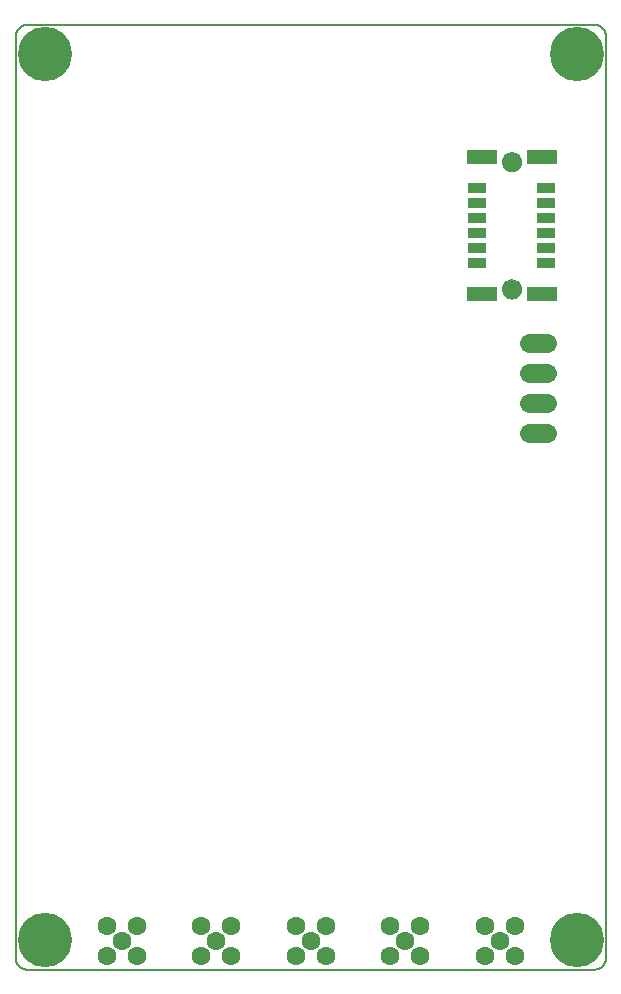
<source format=gbs>
G75*
%MOIN*%
%OFA0B0*%
%FSLAX25Y25*%
%IPPOS*%
%LPD*%
%AMOC8*
5,1,8,0,0,1.08239X$1,22.5*
%
%ADD10C,0.00500*%
%ADD11C,0.18117*%
%ADD12C,0.06306*%
%ADD13R,0.06306X0.03550*%
%ADD14R,0.10243X0.05124*%
%ADD15C,0.00000*%
%ADD16C,0.06699*%
%ADD17C,0.06400*%
D10*
X0010859Y0008937D02*
X0010859Y0316024D01*
X0010861Y0316148D01*
X0010867Y0316271D01*
X0010876Y0316395D01*
X0010890Y0316517D01*
X0010907Y0316640D01*
X0010929Y0316762D01*
X0010954Y0316883D01*
X0010983Y0317003D01*
X0011015Y0317122D01*
X0011052Y0317241D01*
X0011092Y0317358D01*
X0011135Y0317473D01*
X0011183Y0317588D01*
X0011234Y0317700D01*
X0011288Y0317811D01*
X0011346Y0317921D01*
X0011407Y0318028D01*
X0011472Y0318134D01*
X0011540Y0318237D01*
X0011611Y0318338D01*
X0011685Y0318437D01*
X0011762Y0318534D01*
X0011843Y0318628D01*
X0011926Y0318719D01*
X0012012Y0318808D01*
X0012101Y0318894D01*
X0012192Y0318977D01*
X0012286Y0319058D01*
X0012383Y0319135D01*
X0012482Y0319209D01*
X0012583Y0319280D01*
X0012686Y0319348D01*
X0012792Y0319413D01*
X0012899Y0319474D01*
X0013009Y0319532D01*
X0013120Y0319586D01*
X0013232Y0319637D01*
X0013347Y0319685D01*
X0013462Y0319728D01*
X0013579Y0319768D01*
X0013698Y0319805D01*
X0013817Y0319837D01*
X0013937Y0319866D01*
X0014058Y0319891D01*
X0014180Y0319913D01*
X0014303Y0319930D01*
X0014425Y0319944D01*
X0014549Y0319953D01*
X0014672Y0319959D01*
X0014796Y0319961D01*
X0203772Y0319961D01*
X0203896Y0319959D01*
X0204019Y0319953D01*
X0204143Y0319944D01*
X0204265Y0319930D01*
X0204388Y0319913D01*
X0204510Y0319891D01*
X0204631Y0319866D01*
X0204751Y0319837D01*
X0204870Y0319805D01*
X0204989Y0319768D01*
X0205106Y0319728D01*
X0205221Y0319685D01*
X0205336Y0319637D01*
X0205448Y0319586D01*
X0205559Y0319532D01*
X0205669Y0319474D01*
X0205776Y0319413D01*
X0205882Y0319348D01*
X0205985Y0319280D01*
X0206086Y0319209D01*
X0206185Y0319135D01*
X0206282Y0319058D01*
X0206376Y0318977D01*
X0206467Y0318894D01*
X0206556Y0318808D01*
X0206642Y0318719D01*
X0206725Y0318628D01*
X0206806Y0318534D01*
X0206883Y0318437D01*
X0206957Y0318338D01*
X0207028Y0318237D01*
X0207096Y0318134D01*
X0207161Y0318028D01*
X0207222Y0317921D01*
X0207280Y0317811D01*
X0207334Y0317700D01*
X0207385Y0317588D01*
X0207433Y0317473D01*
X0207476Y0317358D01*
X0207516Y0317241D01*
X0207553Y0317122D01*
X0207585Y0317003D01*
X0207614Y0316883D01*
X0207639Y0316762D01*
X0207661Y0316640D01*
X0207678Y0316517D01*
X0207692Y0316395D01*
X0207701Y0316271D01*
X0207707Y0316148D01*
X0207709Y0316024D01*
X0207709Y0008937D01*
X0207707Y0008813D01*
X0207701Y0008690D01*
X0207692Y0008566D01*
X0207678Y0008444D01*
X0207661Y0008321D01*
X0207639Y0008199D01*
X0207614Y0008078D01*
X0207585Y0007958D01*
X0207553Y0007839D01*
X0207516Y0007720D01*
X0207476Y0007603D01*
X0207433Y0007488D01*
X0207385Y0007373D01*
X0207334Y0007261D01*
X0207280Y0007150D01*
X0207222Y0007040D01*
X0207161Y0006933D01*
X0207096Y0006827D01*
X0207028Y0006724D01*
X0206957Y0006623D01*
X0206883Y0006524D01*
X0206806Y0006427D01*
X0206725Y0006333D01*
X0206642Y0006242D01*
X0206556Y0006153D01*
X0206467Y0006067D01*
X0206376Y0005984D01*
X0206282Y0005903D01*
X0206185Y0005826D01*
X0206086Y0005752D01*
X0205985Y0005681D01*
X0205882Y0005613D01*
X0205776Y0005548D01*
X0205669Y0005487D01*
X0205559Y0005429D01*
X0205448Y0005375D01*
X0205336Y0005324D01*
X0205221Y0005276D01*
X0205106Y0005233D01*
X0204989Y0005193D01*
X0204870Y0005156D01*
X0204751Y0005124D01*
X0204631Y0005095D01*
X0204510Y0005070D01*
X0204388Y0005048D01*
X0204265Y0005031D01*
X0204143Y0005017D01*
X0204019Y0005008D01*
X0203896Y0005002D01*
X0203772Y0005000D01*
X0014796Y0005000D01*
X0014672Y0005002D01*
X0014549Y0005008D01*
X0014425Y0005017D01*
X0014303Y0005031D01*
X0014180Y0005048D01*
X0014058Y0005070D01*
X0013937Y0005095D01*
X0013817Y0005124D01*
X0013698Y0005156D01*
X0013579Y0005193D01*
X0013462Y0005233D01*
X0013347Y0005276D01*
X0013232Y0005324D01*
X0013120Y0005375D01*
X0013009Y0005429D01*
X0012899Y0005487D01*
X0012792Y0005548D01*
X0012686Y0005613D01*
X0012583Y0005681D01*
X0012482Y0005752D01*
X0012383Y0005826D01*
X0012286Y0005903D01*
X0012192Y0005984D01*
X0012101Y0006067D01*
X0012012Y0006153D01*
X0011926Y0006242D01*
X0011843Y0006333D01*
X0011762Y0006427D01*
X0011685Y0006524D01*
X0011611Y0006623D01*
X0011540Y0006724D01*
X0011472Y0006827D01*
X0011407Y0006933D01*
X0011346Y0007040D01*
X0011288Y0007150D01*
X0011234Y0007261D01*
X0011183Y0007373D01*
X0011135Y0007488D01*
X0011092Y0007603D01*
X0011052Y0007720D01*
X0011015Y0007839D01*
X0010983Y0007958D01*
X0010954Y0008078D01*
X0010929Y0008199D01*
X0010907Y0008321D01*
X0010890Y0008444D01*
X0010876Y0008566D01*
X0010867Y0008690D01*
X0010861Y0008813D01*
X0010859Y0008937D01*
D11*
X0020701Y0014843D03*
X0197867Y0014843D03*
X0197867Y0310118D03*
X0020701Y0310118D03*
D12*
X0041292Y0019449D03*
X0046292Y0014449D03*
X0041292Y0009449D03*
X0051292Y0009449D03*
X0051292Y0019449D03*
X0072788Y0019449D03*
X0077788Y0014449D03*
X0082788Y0019449D03*
X0082788Y0009449D03*
X0072788Y0009449D03*
X0104284Y0009449D03*
X0109284Y0014449D03*
X0114284Y0019449D03*
X0114284Y0009449D03*
X0104284Y0019449D03*
X0135780Y0019449D03*
X0140780Y0014449D03*
X0145780Y0019449D03*
X0145780Y0009449D03*
X0135780Y0009449D03*
X0167276Y0009449D03*
X0172276Y0014449D03*
X0167276Y0019449D03*
X0177276Y0019449D03*
X0177276Y0009449D03*
D13*
X0187827Y0240492D03*
X0187827Y0245492D03*
X0187827Y0250492D03*
X0187827Y0255492D03*
X0187827Y0260492D03*
X0187827Y0265492D03*
X0164599Y0265492D03*
X0164599Y0260492D03*
X0164599Y0255492D03*
X0164599Y0250492D03*
X0164599Y0245492D03*
X0164599Y0240492D03*
D14*
X0166174Y0230197D03*
X0186252Y0230197D03*
X0186252Y0275866D03*
X0166174Y0275866D03*
D15*
X0173063Y0274232D02*
X0173065Y0274344D01*
X0173071Y0274455D01*
X0173081Y0274567D01*
X0173095Y0274678D01*
X0173112Y0274788D01*
X0173134Y0274898D01*
X0173160Y0275007D01*
X0173189Y0275115D01*
X0173222Y0275221D01*
X0173259Y0275327D01*
X0173300Y0275431D01*
X0173345Y0275534D01*
X0173393Y0275635D01*
X0173444Y0275734D01*
X0173499Y0275831D01*
X0173558Y0275926D01*
X0173619Y0276020D01*
X0173684Y0276111D01*
X0173753Y0276199D01*
X0173824Y0276285D01*
X0173898Y0276369D01*
X0173976Y0276449D01*
X0174056Y0276527D01*
X0174139Y0276603D01*
X0174224Y0276675D01*
X0174312Y0276744D01*
X0174402Y0276810D01*
X0174495Y0276872D01*
X0174590Y0276932D01*
X0174687Y0276988D01*
X0174785Y0277040D01*
X0174886Y0277089D01*
X0174988Y0277134D01*
X0175092Y0277176D01*
X0175197Y0277214D01*
X0175304Y0277248D01*
X0175411Y0277278D01*
X0175520Y0277305D01*
X0175629Y0277327D01*
X0175740Y0277346D01*
X0175850Y0277361D01*
X0175962Y0277372D01*
X0176073Y0277379D01*
X0176185Y0277382D01*
X0176297Y0277381D01*
X0176409Y0277376D01*
X0176520Y0277367D01*
X0176631Y0277354D01*
X0176742Y0277337D01*
X0176852Y0277317D01*
X0176961Y0277292D01*
X0177069Y0277264D01*
X0177176Y0277231D01*
X0177282Y0277195D01*
X0177386Y0277155D01*
X0177489Y0277112D01*
X0177591Y0277065D01*
X0177690Y0277014D01*
X0177788Y0276960D01*
X0177884Y0276902D01*
X0177978Y0276841D01*
X0178069Y0276777D01*
X0178158Y0276710D01*
X0178245Y0276639D01*
X0178329Y0276565D01*
X0178411Y0276489D01*
X0178489Y0276409D01*
X0178565Y0276327D01*
X0178638Y0276242D01*
X0178708Y0276155D01*
X0178774Y0276065D01*
X0178838Y0275973D01*
X0178898Y0275879D01*
X0178955Y0275783D01*
X0179008Y0275684D01*
X0179058Y0275584D01*
X0179104Y0275483D01*
X0179147Y0275379D01*
X0179186Y0275274D01*
X0179221Y0275168D01*
X0179252Y0275061D01*
X0179280Y0274952D01*
X0179303Y0274843D01*
X0179323Y0274733D01*
X0179339Y0274622D01*
X0179351Y0274511D01*
X0179359Y0274400D01*
X0179363Y0274288D01*
X0179363Y0274176D01*
X0179359Y0274064D01*
X0179351Y0273953D01*
X0179339Y0273842D01*
X0179323Y0273731D01*
X0179303Y0273621D01*
X0179280Y0273512D01*
X0179252Y0273403D01*
X0179221Y0273296D01*
X0179186Y0273190D01*
X0179147Y0273085D01*
X0179104Y0272981D01*
X0179058Y0272880D01*
X0179008Y0272780D01*
X0178955Y0272681D01*
X0178898Y0272585D01*
X0178838Y0272491D01*
X0178774Y0272399D01*
X0178708Y0272309D01*
X0178638Y0272222D01*
X0178565Y0272137D01*
X0178489Y0272055D01*
X0178411Y0271975D01*
X0178329Y0271899D01*
X0178245Y0271825D01*
X0178158Y0271754D01*
X0178069Y0271687D01*
X0177978Y0271623D01*
X0177884Y0271562D01*
X0177788Y0271504D01*
X0177690Y0271450D01*
X0177591Y0271399D01*
X0177489Y0271352D01*
X0177386Y0271309D01*
X0177282Y0271269D01*
X0177176Y0271233D01*
X0177069Y0271200D01*
X0176961Y0271172D01*
X0176852Y0271147D01*
X0176742Y0271127D01*
X0176631Y0271110D01*
X0176520Y0271097D01*
X0176409Y0271088D01*
X0176297Y0271083D01*
X0176185Y0271082D01*
X0176073Y0271085D01*
X0175962Y0271092D01*
X0175850Y0271103D01*
X0175740Y0271118D01*
X0175629Y0271137D01*
X0175520Y0271159D01*
X0175411Y0271186D01*
X0175304Y0271216D01*
X0175197Y0271250D01*
X0175092Y0271288D01*
X0174988Y0271330D01*
X0174886Y0271375D01*
X0174785Y0271424D01*
X0174687Y0271476D01*
X0174590Y0271532D01*
X0174495Y0271592D01*
X0174402Y0271654D01*
X0174312Y0271720D01*
X0174224Y0271789D01*
X0174139Y0271861D01*
X0174056Y0271937D01*
X0173976Y0272015D01*
X0173898Y0272095D01*
X0173824Y0272179D01*
X0173753Y0272265D01*
X0173684Y0272353D01*
X0173619Y0272444D01*
X0173558Y0272538D01*
X0173499Y0272633D01*
X0173444Y0272730D01*
X0173393Y0272829D01*
X0173345Y0272930D01*
X0173300Y0273033D01*
X0173259Y0273137D01*
X0173222Y0273243D01*
X0173189Y0273349D01*
X0173160Y0273457D01*
X0173134Y0273566D01*
X0173112Y0273676D01*
X0173095Y0273786D01*
X0173081Y0273897D01*
X0173071Y0274009D01*
X0173065Y0274120D01*
X0173063Y0274232D01*
X0173065Y0274344D01*
X0173071Y0274455D01*
X0173081Y0274567D01*
X0173095Y0274678D01*
X0173112Y0274788D01*
X0173134Y0274898D01*
X0173160Y0275007D01*
X0173189Y0275115D01*
X0173222Y0275221D01*
X0173259Y0275327D01*
X0173300Y0275431D01*
X0173345Y0275534D01*
X0173393Y0275635D01*
X0173444Y0275734D01*
X0173499Y0275831D01*
X0173558Y0275926D01*
X0173619Y0276020D01*
X0173684Y0276111D01*
X0173753Y0276199D01*
X0173824Y0276285D01*
X0173898Y0276369D01*
X0173976Y0276449D01*
X0174056Y0276527D01*
X0174139Y0276603D01*
X0174224Y0276675D01*
X0174312Y0276744D01*
X0174402Y0276810D01*
X0174495Y0276872D01*
X0174590Y0276932D01*
X0174687Y0276988D01*
X0174785Y0277040D01*
X0174886Y0277089D01*
X0174988Y0277134D01*
X0175092Y0277176D01*
X0175197Y0277214D01*
X0175304Y0277248D01*
X0175411Y0277278D01*
X0175520Y0277305D01*
X0175629Y0277327D01*
X0175740Y0277346D01*
X0175850Y0277361D01*
X0175962Y0277372D01*
X0176073Y0277379D01*
X0176185Y0277382D01*
X0176297Y0277381D01*
X0176409Y0277376D01*
X0176520Y0277367D01*
X0176631Y0277354D01*
X0176742Y0277337D01*
X0176852Y0277317D01*
X0176961Y0277292D01*
X0177069Y0277264D01*
X0177176Y0277231D01*
X0177282Y0277195D01*
X0177386Y0277155D01*
X0177489Y0277112D01*
X0177591Y0277065D01*
X0177690Y0277014D01*
X0177788Y0276960D01*
X0177884Y0276902D01*
X0177978Y0276841D01*
X0178069Y0276777D01*
X0178158Y0276710D01*
X0178245Y0276639D01*
X0178329Y0276565D01*
X0178411Y0276489D01*
X0178489Y0276409D01*
X0178565Y0276327D01*
X0178638Y0276242D01*
X0178708Y0276155D01*
X0178774Y0276065D01*
X0178838Y0275973D01*
X0178898Y0275879D01*
X0178955Y0275783D01*
X0179008Y0275684D01*
X0179058Y0275584D01*
X0179104Y0275483D01*
X0179147Y0275379D01*
X0179186Y0275274D01*
X0179221Y0275168D01*
X0179252Y0275061D01*
X0179280Y0274952D01*
X0179303Y0274843D01*
X0179323Y0274733D01*
X0179339Y0274622D01*
X0179351Y0274511D01*
X0179359Y0274400D01*
X0179363Y0274288D01*
X0179363Y0274176D01*
X0179359Y0274064D01*
X0179351Y0273953D01*
X0179339Y0273842D01*
X0179323Y0273731D01*
X0179303Y0273621D01*
X0179280Y0273512D01*
X0179252Y0273403D01*
X0179221Y0273296D01*
X0179186Y0273190D01*
X0179147Y0273085D01*
X0179104Y0272981D01*
X0179058Y0272880D01*
X0179008Y0272780D01*
X0178955Y0272681D01*
X0178898Y0272585D01*
X0178838Y0272491D01*
X0178774Y0272399D01*
X0178708Y0272309D01*
X0178638Y0272222D01*
X0178565Y0272137D01*
X0178489Y0272055D01*
X0178411Y0271975D01*
X0178329Y0271899D01*
X0178245Y0271825D01*
X0178158Y0271754D01*
X0178069Y0271687D01*
X0177978Y0271623D01*
X0177884Y0271562D01*
X0177788Y0271504D01*
X0177690Y0271450D01*
X0177591Y0271399D01*
X0177489Y0271352D01*
X0177386Y0271309D01*
X0177282Y0271269D01*
X0177176Y0271233D01*
X0177069Y0271200D01*
X0176961Y0271172D01*
X0176852Y0271147D01*
X0176742Y0271127D01*
X0176631Y0271110D01*
X0176520Y0271097D01*
X0176409Y0271088D01*
X0176297Y0271083D01*
X0176185Y0271082D01*
X0176073Y0271085D01*
X0175962Y0271092D01*
X0175850Y0271103D01*
X0175740Y0271118D01*
X0175629Y0271137D01*
X0175520Y0271159D01*
X0175411Y0271186D01*
X0175304Y0271216D01*
X0175197Y0271250D01*
X0175092Y0271288D01*
X0174988Y0271330D01*
X0174886Y0271375D01*
X0174785Y0271424D01*
X0174687Y0271476D01*
X0174590Y0271532D01*
X0174495Y0271592D01*
X0174402Y0271654D01*
X0174312Y0271720D01*
X0174224Y0271789D01*
X0174139Y0271861D01*
X0174056Y0271937D01*
X0173976Y0272015D01*
X0173898Y0272095D01*
X0173824Y0272179D01*
X0173753Y0272265D01*
X0173684Y0272353D01*
X0173619Y0272444D01*
X0173558Y0272538D01*
X0173499Y0272633D01*
X0173444Y0272730D01*
X0173393Y0272829D01*
X0173345Y0272930D01*
X0173300Y0273033D01*
X0173259Y0273137D01*
X0173222Y0273243D01*
X0173189Y0273349D01*
X0173160Y0273457D01*
X0173134Y0273566D01*
X0173112Y0273676D01*
X0173095Y0273786D01*
X0173081Y0273897D01*
X0173071Y0274009D01*
X0173065Y0274120D01*
X0173063Y0274232D01*
X0173063Y0231831D02*
X0173065Y0231943D01*
X0173071Y0232054D01*
X0173081Y0232166D01*
X0173095Y0232277D01*
X0173112Y0232387D01*
X0173134Y0232497D01*
X0173160Y0232606D01*
X0173189Y0232714D01*
X0173222Y0232820D01*
X0173259Y0232926D01*
X0173300Y0233030D01*
X0173345Y0233133D01*
X0173393Y0233234D01*
X0173444Y0233333D01*
X0173499Y0233430D01*
X0173558Y0233525D01*
X0173619Y0233619D01*
X0173684Y0233710D01*
X0173753Y0233798D01*
X0173824Y0233884D01*
X0173898Y0233968D01*
X0173976Y0234048D01*
X0174056Y0234126D01*
X0174139Y0234202D01*
X0174224Y0234274D01*
X0174312Y0234343D01*
X0174402Y0234409D01*
X0174495Y0234471D01*
X0174590Y0234531D01*
X0174687Y0234587D01*
X0174785Y0234639D01*
X0174886Y0234688D01*
X0174988Y0234733D01*
X0175092Y0234775D01*
X0175197Y0234813D01*
X0175304Y0234847D01*
X0175411Y0234877D01*
X0175520Y0234904D01*
X0175629Y0234926D01*
X0175740Y0234945D01*
X0175850Y0234960D01*
X0175962Y0234971D01*
X0176073Y0234978D01*
X0176185Y0234981D01*
X0176297Y0234980D01*
X0176409Y0234975D01*
X0176520Y0234966D01*
X0176631Y0234953D01*
X0176742Y0234936D01*
X0176852Y0234916D01*
X0176961Y0234891D01*
X0177069Y0234863D01*
X0177176Y0234830D01*
X0177282Y0234794D01*
X0177386Y0234754D01*
X0177489Y0234711D01*
X0177591Y0234664D01*
X0177690Y0234613D01*
X0177788Y0234559D01*
X0177884Y0234501D01*
X0177978Y0234440D01*
X0178069Y0234376D01*
X0178158Y0234309D01*
X0178245Y0234238D01*
X0178329Y0234164D01*
X0178411Y0234088D01*
X0178489Y0234008D01*
X0178565Y0233926D01*
X0178638Y0233841D01*
X0178708Y0233754D01*
X0178774Y0233664D01*
X0178838Y0233572D01*
X0178898Y0233478D01*
X0178955Y0233382D01*
X0179008Y0233283D01*
X0179058Y0233183D01*
X0179104Y0233082D01*
X0179147Y0232978D01*
X0179186Y0232873D01*
X0179221Y0232767D01*
X0179252Y0232660D01*
X0179280Y0232551D01*
X0179303Y0232442D01*
X0179323Y0232332D01*
X0179339Y0232221D01*
X0179351Y0232110D01*
X0179359Y0231999D01*
X0179363Y0231887D01*
X0179363Y0231775D01*
X0179359Y0231663D01*
X0179351Y0231552D01*
X0179339Y0231441D01*
X0179323Y0231330D01*
X0179303Y0231220D01*
X0179280Y0231111D01*
X0179252Y0231002D01*
X0179221Y0230895D01*
X0179186Y0230789D01*
X0179147Y0230684D01*
X0179104Y0230580D01*
X0179058Y0230479D01*
X0179008Y0230379D01*
X0178955Y0230280D01*
X0178898Y0230184D01*
X0178838Y0230090D01*
X0178774Y0229998D01*
X0178708Y0229908D01*
X0178638Y0229821D01*
X0178565Y0229736D01*
X0178489Y0229654D01*
X0178411Y0229574D01*
X0178329Y0229498D01*
X0178245Y0229424D01*
X0178158Y0229353D01*
X0178069Y0229286D01*
X0177978Y0229222D01*
X0177884Y0229161D01*
X0177788Y0229103D01*
X0177690Y0229049D01*
X0177591Y0228998D01*
X0177489Y0228951D01*
X0177386Y0228908D01*
X0177282Y0228868D01*
X0177176Y0228832D01*
X0177069Y0228799D01*
X0176961Y0228771D01*
X0176852Y0228746D01*
X0176742Y0228726D01*
X0176631Y0228709D01*
X0176520Y0228696D01*
X0176409Y0228687D01*
X0176297Y0228682D01*
X0176185Y0228681D01*
X0176073Y0228684D01*
X0175962Y0228691D01*
X0175850Y0228702D01*
X0175740Y0228717D01*
X0175629Y0228736D01*
X0175520Y0228758D01*
X0175411Y0228785D01*
X0175304Y0228815D01*
X0175197Y0228849D01*
X0175092Y0228887D01*
X0174988Y0228929D01*
X0174886Y0228974D01*
X0174785Y0229023D01*
X0174687Y0229075D01*
X0174590Y0229131D01*
X0174495Y0229191D01*
X0174402Y0229253D01*
X0174312Y0229319D01*
X0174224Y0229388D01*
X0174139Y0229460D01*
X0174056Y0229536D01*
X0173976Y0229614D01*
X0173898Y0229694D01*
X0173824Y0229778D01*
X0173753Y0229864D01*
X0173684Y0229952D01*
X0173619Y0230043D01*
X0173558Y0230137D01*
X0173499Y0230232D01*
X0173444Y0230329D01*
X0173393Y0230428D01*
X0173345Y0230529D01*
X0173300Y0230632D01*
X0173259Y0230736D01*
X0173222Y0230842D01*
X0173189Y0230948D01*
X0173160Y0231056D01*
X0173134Y0231165D01*
X0173112Y0231275D01*
X0173095Y0231385D01*
X0173081Y0231496D01*
X0173071Y0231608D01*
X0173065Y0231719D01*
X0173063Y0231831D01*
X0173065Y0231943D01*
X0173071Y0232054D01*
X0173081Y0232166D01*
X0173095Y0232277D01*
X0173112Y0232387D01*
X0173134Y0232497D01*
X0173160Y0232606D01*
X0173189Y0232714D01*
X0173222Y0232820D01*
X0173259Y0232926D01*
X0173300Y0233030D01*
X0173345Y0233133D01*
X0173393Y0233234D01*
X0173444Y0233333D01*
X0173499Y0233430D01*
X0173558Y0233525D01*
X0173619Y0233619D01*
X0173684Y0233710D01*
X0173753Y0233798D01*
X0173824Y0233884D01*
X0173898Y0233968D01*
X0173976Y0234048D01*
X0174056Y0234126D01*
X0174139Y0234202D01*
X0174224Y0234274D01*
X0174312Y0234343D01*
X0174402Y0234409D01*
X0174495Y0234471D01*
X0174590Y0234531D01*
X0174687Y0234587D01*
X0174785Y0234639D01*
X0174886Y0234688D01*
X0174988Y0234733D01*
X0175092Y0234775D01*
X0175197Y0234813D01*
X0175304Y0234847D01*
X0175411Y0234877D01*
X0175520Y0234904D01*
X0175629Y0234926D01*
X0175740Y0234945D01*
X0175850Y0234960D01*
X0175962Y0234971D01*
X0176073Y0234978D01*
X0176185Y0234981D01*
X0176297Y0234980D01*
X0176409Y0234975D01*
X0176520Y0234966D01*
X0176631Y0234953D01*
X0176742Y0234936D01*
X0176852Y0234916D01*
X0176961Y0234891D01*
X0177069Y0234863D01*
X0177176Y0234830D01*
X0177282Y0234794D01*
X0177386Y0234754D01*
X0177489Y0234711D01*
X0177591Y0234664D01*
X0177690Y0234613D01*
X0177788Y0234559D01*
X0177884Y0234501D01*
X0177978Y0234440D01*
X0178069Y0234376D01*
X0178158Y0234309D01*
X0178245Y0234238D01*
X0178329Y0234164D01*
X0178411Y0234088D01*
X0178489Y0234008D01*
X0178565Y0233926D01*
X0178638Y0233841D01*
X0178708Y0233754D01*
X0178774Y0233664D01*
X0178838Y0233572D01*
X0178898Y0233478D01*
X0178955Y0233382D01*
X0179008Y0233283D01*
X0179058Y0233183D01*
X0179104Y0233082D01*
X0179147Y0232978D01*
X0179186Y0232873D01*
X0179221Y0232767D01*
X0179252Y0232660D01*
X0179280Y0232551D01*
X0179303Y0232442D01*
X0179323Y0232332D01*
X0179339Y0232221D01*
X0179351Y0232110D01*
X0179359Y0231999D01*
X0179363Y0231887D01*
X0179363Y0231775D01*
X0179359Y0231663D01*
X0179351Y0231552D01*
X0179339Y0231441D01*
X0179323Y0231330D01*
X0179303Y0231220D01*
X0179280Y0231111D01*
X0179252Y0231002D01*
X0179221Y0230895D01*
X0179186Y0230789D01*
X0179147Y0230684D01*
X0179104Y0230580D01*
X0179058Y0230479D01*
X0179008Y0230379D01*
X0178955Y0230280D01*
X0178898Y0230184D01*
X0178838Y0230090D01*
X0178774Y0229998D01*
X0178708Y0229908D01*
X0178638Y0229821D01*
X0178565Y0229736D01*
X0178489Y0229654D01*
X0178411Y0229574D01*
X0178329Y0229498D01*
X0178245Y0229424D01*
X0178158Y0229353D01*
X0178069Y0229286D01*
X0177978Y0229222D01*
X0177884Y0229161D01*
X0177788Y0229103D01*
X0177690Y0229049D01*
X0177591Y0228998D01*
X0177489Y0228951D01*
X0177386Y0228908D01*
X0177282Y0228868D01*
X0177176Y0228832D01*
X0177069Y0228799D01*
X0176961Y0228771D01*
X0176852Y0228746D01*
X0176742Y0228726D01*
X0176631Y0228709D01*
X0176520Y0228696D01*
X0176409Y0228687D01*
X0176297Y0228682D01*
X0176185Y0228681D01*
X0176073Y0228684D01*
X0175962Y0228691D01*
X0175850Y0228702D01*
X0175740Y0228717D01*
X0175629Y0228736D01*
X0175520Y0228758D01*
X0175411Y0228785D01*
X0175304Y0228815D01*
X0175197Y0228849D01*
X0175092Y0228887D01*
X0174988Y0228929D01*
X0174886Y0228974D01*
X0174785Y0229023D01*
X0174687Y0229075D01*
X0174590Y0229131D01*
X0174495Y0229191D01*
X0174402Y0229253D01*
X0174312Y0229319D01*
X0174224Y0229388D01*
X0174139Y0229460D01*
X0174056Y0229536D01*
X0173976Y0229614D01*
X0173898Y0229694D01*
X0173824Y0229778D01*
X0173753Y0229864D01*
X0173684Y0229952D01*
X0173619Y0230043D01*
X0173558Y0230137D01*
X0173499Y0230232D01*
X0173444Y0230329D01*
X0173393Y0230428D01*
X0173345Y0230529D01*
X0173300Y0230632D01*
X0173259Y0230736D01*
X0173222Y0230842D01*
X0173189Y0230948D01*
X0173160Y0231056D01*
X0173134Y0231165D01*
X0173112Y0231275D01*
X0173095Y0231385D01*
X0173081Y0231496D01*
X0173071Y0231608D01*
X0173065Y0231719D01*
X0173063Y0231831D01*
D16*
X0176213Y0231831D03*
X0176213Y0231831D03*
X0176213Y0274232D03*
X0176213Y0274232D03*
D17*
X0181875Y0213701D02*
X0187875Y0213701D01*
X0187875Y0203701D02*
X0181875Y0203701D01*
X0181875Y0193701D02*
X0187875Y0193701D01*
X0187875Y0183701D02*
X0181875Y0183701D01*
M02*

</source>
